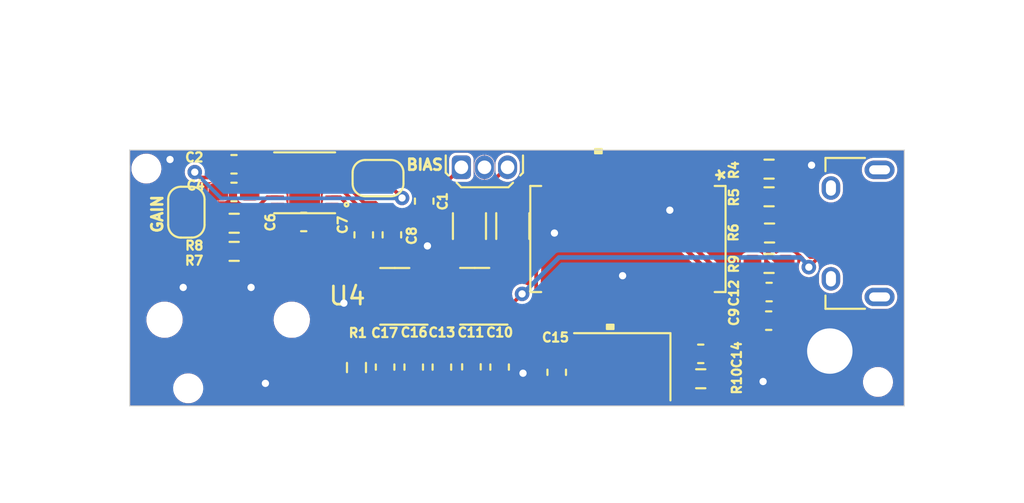
<source format=kicad_pcb>
(kicad_pcb (version 20211014) (generator pcbnew)
  (layers (0 "F.Cu" signal) (31 "B.Cu" signal) (34 "B.Paste" user) (35 "F.Paste" user) (36 "B.SilkS" user "B.Silkscreen") (37 "F.SilkS" user "F.Silkscreen") (38 "B.Mask" user) (39 "F.Mask" user) (44 "Edge.Cuts" user))
  (net 0 "")
  (net 1 "Net-(C1-Pad1)")
  (net 2 "GND")
  (net 3 "Net-(C2-Pad1)")
  (net 4 "MIC+")
  (net 5 "Net-(C5-Pad1)")
  (net 6 "VBUS")
  (net 7 "Net-(C9-Pad2)")
  (net 8 "Net-(C10-Pad2)")
  (net 9 "Net-(C11-Pad2)")
  (net 10 "D+")
  (net 11 "/XTI")
  (net 12 "/XTO")
  (net 13 "Net-(C4-Pad1)")
  (net 14 "Net-(R4-Pad1)")
  (net 15 "D-")
  (net 16 "Net-(R5-Pad1)")
  (net 18 "/AMPOUT")
  (net 28 "/VBIAS")
  (net 29 "/*SSPND")
  (net 30 "/IN_R")
  (net 31 "Net-(R6-Pad1)")
  (net 34 "Net-(C6-Pad1)")
  (net 35 "Net-(C7-Pad1)")
  (net 40 "Net-(R7-Pad1)")
  (net 41 "Net-(JP2-Pad1)")
  (net 42 "VCC")
  (net 43 "VDD")
  (net 44 "Net-(JP1-Pad2)")
  (footprint "Capacitor_SMD:C_0603_1608Metric_Pad1.08x0.95mm_HandSolder" (layer "F.Cu") (at 65.4558 77.0382 180)
    (fp_text reference "C6" (at 1.8372 -0.018 90) (layer "F.SilkS") (effects (font (size 0.5 0.5))))
    (fp_text value "0.1uF" hide)
    (pad "1" smd roundrect (at -0.8625 0 180) (size 1.075 0.95) (layers "F.Cu" "F.Paste" "F.Mask") (net 34 "Net-(C6-Pad1)"))
    (pad "2" smd roundrect (at 0.8625 0 180) (size 1.075 0.95) (layers "F.Cu" "F.Paste" "F.Mask") (net 2 "GND"))
  )
  (footprint "Capacitor_SMD:C_0603_1608Metric_Pad1.08x0.95mm_HandSolder" (layer "F.Cu") (at 79.375 85.3186 -90)
    (fp_text reference "C15" (at -1.9186 0.0666) (layer "F.SilkS") (effects (font (size 0.5 0.5) (thickness 0.125))))
    (fp_text value "30pF" hide)
    (pad "1" smd roundrect (at -0.8625 0 270) (size 1.075 0.95) (layers "F.Cu" "F.Paste" "F.Mask") (net 12 "/XTO"))
    (pad "2" smd roundrect (at 0.8625 0 270) (size 1.075 0.95) (layers "F.Cu" "F.Paste" "F.Mask") (net 2 "GND"))
  )
  (footprint "Resistor_SMD:R_0603_1608Metric_Pad0.98x0.95mm_HandSolder" (layer "F.Cu") (at 91.0582 74.1299)
    (fp_text reference "R4" (at -1.9325 0.0525 90) (layer "F.SilkS") (effects (font (size 0.5 0.5))))
    (fp_text value "22" hide)
    (pad "1" smd roundrect (at -0.9125 0) (size 0.975 0.95) (layers "F.Cu" "F.Paste" "F.Mask") (net 14 "Net-(R4-Pad1)"))
    (pad "2" smd roundrect (at 0.9125 0) (size 0.975 0.95) (layers "F.Cu" "F.Paste" "F.Mask") (net 10 "D+"))
  )
  (footprint "Resistor_SMD:R_0603_1608Metric_Pad0.98x0.95mm_HandSolder" (layer "F.Cu") (at 91.0582 75.6539)
    (fp_text reference "R5" (at -1.9325 0.0285 90) (layer "F.SilkS") (effects (font (size 0.5 0.5))))
    (fp_text value "22" hide)
    (pad "1" smd roundrect (at -0.9125 0) (size 0.975 0.95) (layers "F.Cu" "F.Paste" "F.Mask") (net 16 "Net-(R5-Pad1)"))
    (pad "2" smd roundrect (at 0.9125 0) (size 0.975 0.95) (layers "F.Cu" "F.Paste" "F.Mask") (net 15 "D-"))
  )
  (footprint "Resistor_SMD:R_0603_1608Metric_Pad0.98x0.95mm_HandSolder" (layer "F.Cu") (at 91.0571 79.3253)
    (fp_text reference "R9" (at -1.9325 0.0305 90) (layer "F.SilkS") (effects (font (size 0.5 0.5))))
    (fp_text value "1.5k" hide)
    (pad "1" smd roundrect (at -0.9125 0) (size 0.975 0.95) (layers "F.Cu" "F.Paste" "F.Mask") (net 43 "VDD"))
    (pad "2" smd roundrect (at 0.9125 0) (size 0.975 0.95) (layers "F.Cu" "F.Paste" "F.Mask") (net 10 "D+"))
  )
  (footprint "Resistor_SMD:R_0603_1608Metric_Pad0.98x0.95mm_HandSolder" (layer "F.Cu") (at 87.2998 85.6742)
    (fp_text reference "R10" (at 1.9853 0.1258 90) (layer "F.SilkS") (effects (font (size 0.5 0.5) (thickness 0.125))))
    (fp_text value "1M" hide)
    (pad "1" smd roundrect (at -0.9125 0) (size 0.975 0.95) (layers "F.Cu" "F.Paste" "F.Mask") (net 12 "/XTO"))
    (pad "2" smd roundrect (at 0.9125 0) (size 0.975 0.95) (layers "F.Cu" "F.Paste" "F.Mask") (net 11 "/XTI"))
  )
  (footprint "pcm2906:PCM2906CDBR" (layer "F.Cu") (at 83.293001 77.978 -90)
    (fp_text reference "U1" hide)
    (fp_text value "PCM2906CDBR" hide)
    (fp_text user "*" (at -3.528 -5.406999 -90) (layer "F.SilkS"))
    (pad "1" smd rect locked (at -3.6322 -4.225 270) (size 1.651 0.4318) (layers "F.Cu" "F.Paste" "F.Mask") (net 14 "Net-(R4-Pad1)"))
    (pad "2" smd rect locked (at -3.6322 -3.574999 270) (size 1.651 0.4318) (layers "F.Cu" "F.Paste" "F.Mask") (net 16 "Net-(R5-Pad1)"))
    (pad "3" smd rect locked (at -3.6322 -2.925 270) (size 1.651 0.4318) (layers "F.Cu" "F.Paste" "F.Mask") (net 31 "Net-(R6-Pad1)"))
    (pad "4" smd rect locked (at -3.6322 -2.274999 270) (size 1.651 0.4318) (layers "F.Cu" "F.Paste" "F.Mask") (net 2 "GND"))
    (pad "5" smd rect locked (at -3.6322 -1.625001 270) (size 1.651 0.4318) (layers "F.Cu" "F.Paste" "F.Mask"))
    (pad "6" smd rect locked (at -3.6322 -0.974999 270) (size 1.651 0.4318) (layers "F.Cu" "F.Paste" "F.Mask"))
    (pad "7" smd rect locked (at -3.6322 -0.325001 270) (size 1.651 0.4318) (layers "F.Cu" "F.Paste" "F.Mask"))
    (pad "8" smd rect locked (at -3.6322 0.324998 270) (size 1.651 0.4318) (layers "F.Cu" "F.Paste" "F.Mask") (net 43 "VDD"))
    (pad "9" smd rect locked (at -3.6322 0.974999 270) (size 1.651 0.4318) (layers "F.Cu" "F.Paste" "F.Mask") (net 43 "VDD"))
    (pad "10" smd rect locked (at -3.6322 1.624998 270) (size 1.651 0.4318) (layers "F.Cu" "F.Paste" "F.Mask") (net 42 "VCC"))
    (pad "11" smd rect locked (at -3.6322 2.274999 270) (size 1.651 0.4318) (layers "F.Cu" "F.Paste" "F.Mask") (net 2 "GND"))
    (pad "12" smd rect locked (at -3.6322 2.924998 270) (size 1.651 0.4318) (layers "F.Cu" "F.Paste" "F.Mask") (net 1 "Net-(C1-Pad1)"))
    (pad "13" smd rect locked (at -3.6322 3.574999 270) (size 1.651 0.4318) (layers "F.Cu" "F.Paste" "F.Mask") (net 30 "/IN_R"))
    (pad "14" smd rect locked (at -3.6322 4.224998 270) (size 1.651 0.4318) (layers "F.Cu" "F.Paste" "F.Mask") (net 5 "Net-(C5-Pad1)"))
    (pad "15" smd rect locked (at 3.6322 4.225 270) (size 1.651 0.4318) (layers "F.Cu" "F.Paste" "F.Mask"))
    (pad "16" smd rect locked (at 3.6322 3.574999 270) (size 1.651 0.4318) (layers "F.Cu" "F.Paste" "F.Mask"))
    (pad "17" smd rect locked (at 3.6322 2.925 270) (size 1.651 0.4318) (layers "F.Cu" "F.Paste" "F.Mask") (net 9 "Net-(C11-Pad2)"))
    (pad "18" smd rect locked (at 3.6322 2.274999 270) (size 1.651 0.4318) (layers "F.Cu" "F.Paste" "F.Mask") (net 2 "GND"))
    (pad "19" smd rect locked (at 3.6322 1.625001 270) (size 1.651 0.4318) (layers "F.Cu" "F.Paste" "F.Mask") (net 8 "Net-(C10-Pad2)"))
    (pad "20" smd rect locked (at 3.6322 0.974999 270) (size 1.651 0.4318) (layers "F.Cu" "F.Paste" "F.Mask") (net 12 "/XTO"))
    (pad "21" smd rect locked (at 3.6322 0.325001 270) (size 1.651 0.4318) (layers "F.Cu" "F.Paste" "F.Mask") (net 11 "/XTI"))
    (pad "22" smd rect locked (at 3.6322 -0.325001 270) (size 1.651 0.4318) (layers "F.Cu" "F.Paste" "F.Mask") (net 2 "GND"))
    (pad "23" smd rect locked (at 3.6322 -0.974999 270) (size 1.651 0.4318) (layers "F.Cu" "F.Paste" "F.Mask") (net 7 "Net-(C9-Pad2)"))
    (pad "24" smd rect locked (at 3.6322 -1.625001 270) (size 1.651 0.4318) (layers "F.Cu" "F.Paste" "F.Mask"))
    (pad "25" smd rect locked (at 3.6322 -2.274999 270) (size 1.651 0.4318) (layers "F.Cu" "F.Paste" "F.Mask"))
    (pad "26" smd rect locked (at 3.6322 -2.925 270) (size 1.651 0.4318) (layers "F.Cu" "F.Paste" "F.Mask"))
    (pad "27" smd rect locked (at 3.6322 -3.574999 270) (size 1.651 0.4318) (layers "F.Cu" "F.Paste" "F.Mask") (net 43 "VDD"))
    (pad "28" smd rect locked (at 3.6322 -4.225 270) (size 1.651 0.4318) (layers "F.Cu" "F.Paste" "F.Mask") (net 29 "/*SSPND"))
  )
  (footprint "Crystal:Crystal_SMD_5032-4Pin_5.0x3.2mm" (layer "F.Cu") (at 82.9818 85.0138 180)
    (fp_text reference "Y1" hide)
    (fp_text value "12MHz")
    (pad "1" smd rect (at -1.65 1 180) (size 1.6 1.3) (layers "F.Cu" "F.Paste" "F.Mask") (net 11 "/XTI"))
    (pad "2" smd rect (at 1.65 1 180) (size 1.6 1.3) (layers "F.Cu" "F.Paste" "F.Mask") (net 12 "/XTO"))
    (pad "3" smd rect (at 1.65 -1 180) (size 1.6 1.3) (layers "F.Cu" "F.Paste" "F.Mask"))
    (pad "4" smd rect (at -1.65 -1 180) (size 1.6 1.3) (layers "F.Cu" "F.Paste" "F.Mask"))
  )
  (footprint "Capacitor_SMD:C_0603_1608Metric_Pad1.08x0.95mm_HandSolder" (layer "F.Cu") (at 87.2998 84.3026)
    (fp_text reference "C14" (at 1.9823 0.0505 90) (layer "F.SilkS") (effects (font (size 0.5 0.5) (thickness 0.125))))
    (fp_text value "30pF" hide)
    (pad "1" smd roundrect (at -0.8625 0) (size 1.075 0.95) (layers "F.Cu" "F.Paste" "F.Mask") (net 11 "/XTI"))
    (pad "2" smd roundrect (at 0.8625 0) (size 1.075 0.95) (layers "F.Cu" "F.Paste" "F.Mask") (net 2 "GND"))
  )
  (footprint "Capacitor_SMD:C_0603_1608Metric_Pad1.08x0.95mm_HandSolder" (layer "F.Cu") (at 91.0375 82.4738 180)
    (fp_text reference "C9" (at 1.9089 0.2032 90) (layer "F.SilkS") (effects (font (size 0.5 0.5) (thickness 0.125))))
    (fp_text value "1uF" hide)
    (pad "1" smd roundrect (at -0.8625 0 180) (size 1.075 0.95) (layers "F.Cu" "F.Paste" "F.Mask") (net 2 "GND"))
    (pad "2" smd roundrect (at 0.8625 0 180) (size 1.075 0.95) (layers "F.Cu" "F.Paste" "F.Mask") (net 7 "Net-(C9-Pad2)"))
  )
  (footprint "Capacitor_SMD:C_0603_1608Metric_Pad1.08x0.95mm_HandSolder" (layer "F.Cu") (at 91.0601 80.9001)
    (fp_text reference "C12" (at -1.9355 0.0565 90) (layer "F.SilkS") (effects (font (size 0.5 0.5))))
    (fp_text value "1uF" hide)
    (pad "1" smd roundrect (at -0.8625 0) (size 1.075 0.95) (layers "F.Cu" "F.Paste" "F.Mask") (net 43 "VDD"))
    (pad "2" smd roundrect (at 0.8625 0) (size 1.075 0.95) (layers "F.Cu" "F.Paste" "F.Mask") (net 2 "GND"))
  )
  (footprint "Capacitor_SMD:C_0603_1608Metric_Pad1.08x0.95mm_HandSolder" (layer "F.Cu") (at 76.23337 85.03033 90)
    (fp_text reference "C10" (at 1.9044 -0.0008 180) (layer "F.SilkS") (effects (font (size 0.5 0.5))))
    (fp_text value "1uF" hide)
    (pad "1" smd roundrect (at -0.8625 0 90) (size 1.075 0.95) (layers "F.Cu" "F.Paste" "F.Mask") (net 2 "GND"))
    (pad "2" smd roundrect (at 0.8625 0 90) (size 1.075 0.95) (layers "F.Cu" "F.Paste" "F.Mask") (net 8 "Net-(C10-Pad2)"))
  )
  (footprint "Capacitor_SMD:C_0603_1608Metric_Pad1.08x0.95mm_HandSolder" (layer "F.Cu") (at 74.68337 85.01783 90)
    (fp_text reference "C11" (at 1.8919 -0.0256 180) (layer "F.SilkS") (effects (font (size 0.5 0.5))))
    (fp_text value "1uF" hide)
    (pad "1" smd roundrect (at -0.8625 0 90) (size 1.075 0.95) (layers "F.Cu" "F.Paste" "F.Mask") (net 2 "GND"))
    (pad "2" smd roundrect (at 0.8625 0 90) (size 1.075 0.95) (layers "F.Cu" "F.Paste" "F.Mask") (net 9 "Net-(C11-Pad2)"))
  )
  (footprint "Capacitor_SMD:C_1206_3216Metric_Pad1.33x1.80mm_HandSolder" (layer "F.Cu") (at 74.5744 77.2668 90)
    (fp_text reference "C3" hide)
    (fp_text value "10uF" hide)
    (pad "1" smd roundrect (at -1.5625 0 90) (size 1.325 1.8) (layers "F.Cu" "F.Paste" "F.Mask") (roundrect_rratio 0.1886792453) (net 42 "VCC"))
    (pad "2" smd roundrect (at 1.5625 0 90) (size 1.325 1.8) (layers "F.Cu" "F.Paste" "F.Mask") (roundrect_rratio 0.1886792453) (net 2 "GND"))
  )
  (footprint "Resistor_SMD:R_0603_1608Metric_Pad0.98x0.95mm_HandSolder" (layer "F.Cu") (at 91.0844 77.6478)
    (fp_text reference "R6" (at -1.9825 -0.0235 90) (layer "F.SilkS") (effects (font (size 0.5 0.5))))
    (fp_text value "2.2" hide)
    (pad "1" smd roundrect (at -0.9125 0) (size 0.975 0.95) (layers "F.Cu" "F.Paste" "F.Mask") (net 31 "Net-(R6-Pad1)"))
    (pad "2" smd roundrect (at 0.9125 0) (size 0.975 0.95) (layers "F.Cu" "F.Paste" "F.Mask") (net 6 "VBUS"))
  )
  (footprint "max9814:max9814etd&plus_t" (layer "F.Cu") (at 65.5072 74.882 180)
    (fp_text reference "U2" hide)
    (fp_text value "MAX9814" hide)
    (pad "1" smd rect locked (at -1.4986 -1.2 180) (size 0.7112 0.2032) (layers "F.Cu" "F.Paste" "F.Mask") (net 34 "Net-(C6-Pad1)"))
    (pad "2" smd rect locked (at -1.4986 -0.800001 180) (size 0.7112 0.2032) (layers "F.Cu" "F.Paste" "F.Mask") (net 29 "/*SSPND"))
    (pad "3" smd rect locked (at -1.4986 -0.399999 180) (size 0.7112 0.2032) (layers "F.Cu" "F.Paste" "F.Mask") (net 35 "Net-(C7-Pad1)"))
    (pad "4" smd rect locked (at -1.4986 0 180) (size 0.7112 0.2032) (layers "F.Cu" "F.Paste" "F.Mask") (net 2 "GND"))
    (pad "5" smd rect locked (at -1.4986 0.399999 180) (size 0.7112 0.2032) (layers "F.Cu" "F.Paste" "F.Mask") (net 42 "VCC"))
    (pad "6" smd rect locked (at -1.4986 0.800001 180) (size 0.7112 0.2032) (layers "F.Cu" "F.Paste" "F.Mask") (net 18 "/AMPOUT"))
    (pad "7" smd rect locked (at -1.4986 1.2 180) (size 0.7112 0.2032) (layers "F.Cu" "F.Paste" "F.Mask") (net 2 "GND"))
    (pad "8" smd rect locked (at 1.4986 1.2 180) (size 0.7112 0.2032) (layers "F.Cu" "F.Paste" "F.Mask") (net 3 "Net-(C2-Pad1)"))
    (pad "9" smd rect locked (at 1.4986 0.800001 180) (size 0.7112 0.2032) (layers "F.Cu" "F.Paste" "F.Mask"))
    (pad "10" smd rect locked (at 1.4986 0.399999 180) (size 0.7112 0.2032) (layers "F.Cu" "F.Paste" "F.Mask") (net 44 "Net-(JP1-Pad2)"))
    (pad "11" smd rect locked (at 1.4986 0 180) (size 0.7112 0.2032) (layers "F.Cu" "F.Paste" "F.Mask") (net 2 "GND"))
    (pad "12" smd rect locked (at 1.4986 -0.399999 180) (size 0.7112 0.2032) (layers "F.Cu" "F.Paste" "F.Mask") (net 13 "Net-(C4-Pad1)"))
    (pad "13" smd rect locked (at 1.4986 -0.800001 180) (size 0.7112 0.2032) (layers "F.Cu" "F.Paste" "F.Mask") (net 41 "Net-(JP2-Pad1)"))
    (pad "14" smd rect locked (at 1.4986 -1.2 180) (size 0.7112 0.2032) (layers "F.Cu" "F.Paste" "F.Mask") (net 40 "Net-(R7-Pad1)"))
    (pad "15" smd rect locked (at 0 0 180) (size 1.7018 2.3876) (layers "F.Cu" "F.Paste" "F.Mask") (net 2 "GND"))
  )
  (footprint "Resistor_SMD:R_0603_1608Metric_Pad0.98x0.95mm_HandSolder" (layer "F.Cu") (at 61.63 78.6594)
    (fp_text reference "R7" (at -2.2044 0.5122) (layer "F.SilkS") (effects (font (size 0.5 0.5))))
    (fp_text value "100k" hide)
    (pad "1" smd roundrect (at -0.9125 0) (size 0.975 0.95) (layers "F.Cu" "F.Paste" "F.Mask") (net 40 "Net-(R7-Pad1)"))
    (pad "2" smd roundrect (at 0.9125 0) (size 0.975 0.95) (layers "F.Cu" "F.Paste" "F.Mask") (net 2 "GND"))
  )
  (footprint "Resistor_SMD:R_0603_1608Metric_Pad0.98x0.95mm_HandSolder" (layer "F.Cu") (at 68.35857 85.05633 -90)
    (fp_text reference "R1" (at -1.905 -0.0762 -180) (layer "F.SilkS") (effects (font (size 0.5 0.5))))
    (fp_text value "2.2k" hide)
    (pad "1" smd roundrect (at -0.9125 0 270) (size 0.975 0.95) (layers "F.Cu" "F.Paste" "F.Mask") (net 28 "/VBIAS"))
    (pad "2" smd roundrect (at 0.9125 0 270) (size 0.975 0.95) (layers "F.Cu" "F.Paste" "F.Mask") (net 4 "MIC+"))
  )
  (footprint "Resistor_SMD:R_0603_1608Metric_Pad0.98x0.95mm_HandSolder" (layer "F.Cu") (at 61.63 77.11)
    (fp_text reference "R8" (at -2.1944 1.2316) (layer "F.SilkS") (effects (font (size 0.5 0.5))))
    (fp_text value "150k" hide)
    (pad "1" smd roundrect (at -0.9125 0) (size 0.975 0.95) (layers "F.Cu" "F.Paste" "F.Mask") (net 41 "Net-(JP2-Pad1)"))
    (pad "2" smd roundrect (at 0.9125 0) (size 0.975 0.95) (layers "F.Cu" "F.Paste" "F.Mask") (net 40 "Net-(R7-Pad1)"))
  )
  (footprint "Capacitor_SMD:C_0603_1608Metric_Pad1.08x0.95mm_HandSolder" (layer "F.Cu") (at 61.6204 75.3872 180)
    (fp_text reference "C4" (at 2.1082 0.3556) (layer "F.SilkS") (effects (font (size 0.5 0.5))))
    (fp_text value "0.47uF" hide)
    (pad "1" smd roundrect (at -0.8625 0 180) (size 1.075 0.95) (layers "F.Cu" "F.Paste" "F.Mask") (net 13 "Net-(C4-Pad1)"))
    (pad "2" smd roundrect (at 0.8625 0 180) (size 1.075 0.95) (layers "F.Cu" "F.Paste" "F.Mask") (net 2 "GND"))
  )
  (footprint "Capacitor_SMD:C_0603_1608Metric_Pad1.08x0.95mm_HandSolder" (layer "F.Cu") (at 61.6204 73.8632 180)
    (fp_text reference "C2" (at 2.1844 0.381 180) (layer "F.SilkS") (effects (font (size 0.5 0.5) (thickness 0.125))))
    (fp_text value "0.1uF" hide)
    (pad "1" smd roundrect (at -0.8625 0 180) (size 1.075 0.95) (layers "F.Cu" "F.Paste" "F.Mask") (net 3 "Net-(C2-Pad1)"))
    (pad "2" smd roundrect (at 0.8625 0 180) (size 1.075 0.95) (layers "F.Cu" "F.Paste" "F.Mask") (net 4 "MIC+"))
  )
  (footprint "Capacitor_SMD:C_1206_3216Metric_Pad1.33x1.80mm_HandSolder" (layer "F.Cu") (at 76.9584 77.2652 -90)
    (fp_text reference "C5" hide)
    (fp_text value "10uF" hide)
    (pad "1" smd roundrect (at -1.5625 0 270) (size 1.325 1.8) (layers "F.Cu" "F.Paste" "F.Mask") (roundrect_rratio 0.1886792453) (net 5 "Net-(C5-Pad1)"))
    (pad "2" smd roundrect (at 1.5625 0 270) (size 1.325 1.8) (layers "F.Cu" "F.Paste" "F.Mask") (roundrect_rratio 0.1886792453) (net 2 "GND"))
  )
  (footprint "usb:10118194-0001LF" (layer "F.Cu") (at 97.056199 77.6686 90)
    (fp_text reference "J1" hide)
    (fp_text value "USB_B_Micro" hide)
    (pad "1" smd rect (at -1.3 -2.593599 90) (size 0.4572 1.3462) (layers "F.Cu" "F.Paste" "F.Mask") (net 6 "VBUS"))
    (pad "2" smd rect (at -0.649999 -2.593599 90) (size 0.4572 1.3462) (layers "F.Cu" "F.Paste" "F.Mask") (net 15 "D-"))
    (pad "3" smd rect (at 0 -2.593599 90) (size 0.4572 1.3462) (layers "F.Cu" "F.Paste" "F.Mask") (net 10 "D+"))
    (pad "4" smd rect (at 0.649999 -2.593599 90) (size 0.4572 1.3462) (layers "F.Cu" "F.Paste" "F.Mask"))
    (pad "5" smd rect (at 1.3 -2.593599 90) (size 0.4572 1.3462) (layers "F.Cu" "F.Paste" "F.Mask") (net 2 "GND"))
    (pad "10" smd rect (at -1.000001 0.081402 90) (size 1.4986 1.651) (layers "F.Cu" "F.Paste" "F.Mask"))
    (pad "11" smd rect (at 1.000001 0.081402 90) (size 1.4986 1.651) (layers "F.Cu" "F.Paste" "F.Mask"))
    (pad "S_1" thru_hole oval (at -3.5 0.081402 180) (size 1.651 1.016) (drill oval 1.15 0.5) (layers *.Cu *.Mask))
    (pad "S_2" thru_hole oval (at 3.500001 0.081402 180) (size 1.651 1.016) (drill oval 1.15 0.5) (layers *.Cu *.Mask))
    (pad "S_3" thru_hole oval (at -2.5 -2.593599 90) (size 1.2954 1.016) (drill oval 0.85 0.55) (layers *.Cu *.Mask))
    (pad "S_4" thru_hole oval (at 2.5 -2.593599 90) (size 1.2954 1.016) (drill oval 0.85 0.55) (layers *.Cu *.Mask))
  )
  (footprint "Capacitor_SMD:C_0603_1608Metric_Pad1.08x0.95mm_HandSolder" (layer "F.Cu") (at 68.7578 77.7494 -90)
    (fp_text reference "C7" (at -0.5494 1.1578 -90) (layer "F.SilkS") (effects (font (size 0.5 0.5))))
    (fp_text value "2.2uF" hide)
    (pad "1" smd roundrect (at -0.8625 0 270) (size 1.075 0.95) (layers "F.Cu" "F.Paste" "F.Mask") (net 35 "Net-(C7-Pad1)"))
    (pad "2" smd roundrect (at 0.8625 0 270) (size 1.075 0.95) (layers "F.Cu" "F.Paste" "F.Mask") (net 2 "GND"))
  )
  (footprint "Connector:54-00177" (layer "F.Cu") (at 55.3 82.423)
    (fp_text reference "J3" hide)
    (fp_text value "54-00176" hide)
    (pad "" np_thru_hole circle (at 2.5 0) (size 1.5 1.5) (drill 1.5) (layers F&B.Cu *.Mask))
    (pad "" np_thru_hole circle (at 9.5 0) (size 1.5 1.5) (drill 1.5) (layers F&B.Cu *.Mask))
    (pad "1" smd rect (at 2.1 3.5) (size 1.5 2) (layers "F.Cu" "F.Paste" "F.Mask") (net 4 "MIC+"))
    (pad "2" smd rect (at 2.1 -3.5) (size 1.5 2) (layers "F.Cu" "F.Paste" "F.Mask") (net 2 "GND"))
    (pad "3" smd rect (at 5.5 3.5) (size 1.5 2) (layers "F.Cu" "F.Paste" "F.Mask"))
    (pad "4" smd rect (at 9.3 -3.5) (size 1.5 2) (layers "F.Cu" "F.Paste" "F.Mask"))
    (pad "5" smd rect (at 11.5 -3.5) (size 1.5 2) (layers "F.Cu" "F.Paste" "F.Mask"))
    (pad "6" smd rect (at 11 3.5) (size 1.5 2) (layers "F.Cu" "F.Paste" "F.Mask"))
  )
  (footprint "Jumper:SolderJumper-2_P1.3mm_Open_RoundedPad1.0x1.5mm" (layer "F.Cu") (at 69.5452 74.6252)
    (fp_text reference "JP1" hide)
    (fp_text value "Jumper_NO_Small" hide)
    (pad "1" smd custom (at -0.65 0) (size 1 0.5) (layers "F.Cu" "F.Mask") (net 42 "VCC") (options (clearance outline) (anchor rect)) (primitives (gr_circle (center 0 0.25) (end 0.5 0.25) (width 0) (fill yes)) (gr_circle (center 0 -0.25) (end 0.5 -0.25) (width 0) (fill yes)) (gr_poly (pts (xy 0.5 0.75) (xy 0 0.75) (xy 0 -0.75) (xy 0.5 -0.75)) (width 0) (fill yes))))
    (pad "2" smd custom (at 0.65 0) (size 1 0.5) (layers "F.Cu" "F.Mask") (net 44 "Net-(JP1-Pad2)") (options (clearance outline) (anchor rect)) (primitives (gr_circle (center 0 0.25) (end 0.5 0.25) (width 0) (fill yes)) (gr_circle (center 0 -0.25) (end 0.5 -0.25) (width 0) (fill yes)) (gr_poly (pts (xy 0 0.75) (xy -0.5 0.75) (xy -0.5 -0.75) (xy 0 -0.75)) (width 0) (fill yes))))
  )
  (footprint "Package_TO_SOT_THT:TO-92Flat" (layer "F.Cu") (at 74.13 74.0284)
    (fp_text reference "J2" hide)
    (fp_text value "Conn_01x03" hide)
    (pad "1" thru_hole roundrect (at 0 0) (size 1.05 1.3) (drill 0.75) (layers *.Cu *.Mask) (roundrect_rratio 0.238) (net 42 "VCC"))
    (pad "2" thru_hole oval (at 1.27 0) (size 1.05 1.3) (drill 0.75) (layers *.Cu *.Mask) (net 2 "GND"))
    (pad "3" thru_hole oval (at 2.54 0) (size 1.05 1.3) (drill 0.75) (layers *.Cu *.Mask) (net 30 "/IN_R"))
  )
  (footprint "Jumper:SolderJumper-2_P1.3mm_Open_RoundedPad1.0x1.5mm" (layer "F.Cu") (at 59 76.5 -90)
    (fp_text reference "JP2" hide)
    (fp_text value "Jumper_NO_Small" hide)
    (pad "1" smd custom (at -0.65 0 270) (size 1 0.5) (layers "F.Cu" "F.Mask") (net 41 "Net-(JP2-Pad1)") (options (clearance outline) (anchor rect)) (primitives (gr_circle (center 0 0.25) (end 0.5 0.25) (width 0) (fill yes)) (gr_circle (center 0 -0.25) (end 0.5 -0.25) (width 0) (fill yes)) (gr_poly (pts (xy 0.5 0.75) (xy 0 0.75) (xy 0 -0.75) (xy 0.5 -0.75)) (width 0) (fill yes))))
    (pad "2" smd custom (at 0.65 0 270) (size 1 0.5) (layers "F.Cu" "F.Mask") (net 28 "/VBIAS") (options (clearance outline) (anchor rect)) (primitives (gr_circle (center 0 0.25) (end 0.5 0.25) (width 0) (fill yes)) (gr_circle (center 0 -0.25) (end 0.5 -0.25) (width 0) (fill yes)) (gr_poly (pts (xy 0 0.75) (xy -0.5 0.75) (xy -0.5 -0.75) (xy 0 -0.75)) (width 0) (fill yes))))
  )
  (footprint "Capacitor_SMD:C_0603_1608Metric_Pad1.08x0.95mm_HandSolder" (layer "F.Cu") (at 71.50817 85.03093 -90)
    (fp_text reference "C16" (at -1.905 -0.0254 180) (layer "F.SilkS") (effects (font (size 0.5 0.5) (thickness 0.125))))
    (fp_text value "1uF")
    (pad "1" smd roundrect (at -0.8625 0 270) (size 1.075 0.95) (layers "F.Cu" "F.Paste" "F.Mask") (net 42 "VCC"))
    (pad "2" smd roundrect (at 0.8625 0 270) (size 1.075 0.95) (layers "F.Cu" "F.Paste" "F.Mask") (net 2 "GND"))
  )
  (footprint "Capacitor_SMD:C_0603_1608Metric_Pad1.08x0.95mm_HandSolder" (layer "F.Cu") (at 72.0852 75.8941 90)
    (fp_text reference "C1" (at -0.0059 1.0148 270) (layer "F.SilkS") (effects (font (size 0.5 0.5) (thickness 0.125))))
    (fp_text value "0.1uF" hide)
    (pad "1" smd roundrect (at -0.8625 0 90) (size 1.075 0.95) (layers "F.Cu" "F.Paste" "F.Mask") (net 1 "Net-(C1-Pad1)"))
    (pad "2" smd roundrect (at 0.8625 0 90) (size 1.075 0.95) (layers "F.Cu" "F.Paste" "F.Mask") (net 18 "/AMPOUT"))
  )
  (footprint "Capacitor_SMD:C_0603_1608Metric_Pad1.08x0.95mm_HandSolder" (layer "F.Cu") (at 73.05757 85.03093 -90)
    (fp_text reference "C13" (at -1.905 0 180) (layer "F.SilkS") (effects (font (size 0.5 0.5) (thickness 0.125))))
    (fp_text value "1uF")
    (pad "1" smd roundrect (at -0.8625 0 270) (size 1.075 0.95) (layers "F.Cu" "F.Paste" "F.Mask") (net 6 "VBUS"))
    (pad "2" smd roundrect (at 0.8625 0 270) (size 1.075 0.95) (layers "F.Cu" "F.Paste" "F.Mask") (net 2 "GND"))
  )
  (footprint "Capacitor_SMD:C_0603_1608Metric_Pad1.08x0.95mm_HandSolder" (layer "F.Cu") (at 70.3072 77.7483 -90)
    (fp_text reference "C8" (at 0.0517 -1.0928 -90) (layer "F.SilkS") (effects (font (size 0.5 0.5))))
    (fp_text value "1uF" hide)
    (pad "1" smd roundrect (at -0.8625 0 270) (size 1.075 0.95) (layers "F.Cu" "F.Paste" "F.Mask") (net 42 "VCC"))
    (pad "2" smd roundrect (at 0.8625 0 270) (size 1.075 0.95) (layers "F.Cu" "F.Paste" "F.Mask") (net 2 "GND"))
  )
  (footprint "Capacitor_SMD:C_0603_1608Metric_Pad1.08x0.95mm_HandSolder" (layer "F.Cu") (at 69.93337 85.03093 -90)
    (fp_text reference "C17" (at -1.8796 0.0254 180) (layer "F.SilkS") (effects (font (size 0.5 0.5) (thickness 0.125))))
    (fp_text value "1uF")
    (pad "1" smd roundrect (at -0.8625 0 270) (size 1.075 0.95) (layers "F.Cu" "F.Paste" "F.Mask") (net 28 "/VBIAS"))
    (pad "2" smd roundrect (at 0.8625 0 270) (size 1.075 0.95) (layers "F.Cu" "F.Paste" "F.Mask") (net 2 "GND"))
  )
  (footprint "MountingHole:MountingHole_2.1mm" (layer "F.Cu") (at 59.1 86.2)
    (fp_text reference "ALIGN2" hide)
    (fp_text value "MountingHole_2.1mm")
    (pad "" np_thru_hole circle (at 0 0) (size 1.152 1.152) (drill 1.152) (layers F&B.Cu *.Mask) (clearance 0.148))
  )
  (footprint "Package_TO_SOT_SMD:SOT-23-5" (layer "F.Cu") (at 74.86337 81.13033 180)
    (fp_text reference "U3" hide)
    (fp_text value "TCR2EF36" hide)
    (pad "1" smd roundrect (at -1.1375 -0.95 180) (size 1.325 0.6) (layers "F.Cu" "F.Paste" "F.Mask") (net 6 "VBUS"))
    (pad "2" smd roundrect (at -1.1375 0 180) (size 1.325 0.6) (layers "F.Cu" "F.Paste" "F.Mask") (net 2 "GND"))
    (pad "3" smd roundrect (at -1.1375 0.95 180) (size 1.325 0.6) (layers "F.Cu" "F.Paste" "F.Mask") (net 29 "/*SSPND"))
    (pad "4" smd roundrect (at 1.1375 0.95 180) (size 1.325 0.6) (layers "F.Cu" "F.Paste" "F.Mask"))
    (pad "5" smd roundrect (at 1.1375 -0.95 180) (size 1.325 0.6) (layers "F.Cu" "F.Paste" "F.Mask") (net 42 "VCC"))
  )
  (footprint "MountingHole:MountingHole_2.1mm" (layer "F.Cu") (at 56.8 74.1)
    (fp_text reference "REF**" hide)
    (fp_text value "MountingHole_2.1mm")
    (pad "" np_thru_hole circle (at 0 0) (size 1.152 1.152) (drill 1.152) (layers F&B.Cu *.Mask) (clearance 0.148))
  )
  (footprint "MountingHole:MountingHole_2.5mm_Pad" (layer "F.Cu") (at 94.4 84.15)
    (fp_text reference "REF**" hide)
    (fp_text value "MountingHole_2.5mm_Pad" hide)
    (pad "" thru_hole circle (at 0 0) (size 4 4) (drill 2.5) (layers *.Cu *.Mask) (net 2 "GND"))
  )
  (footprint "Package_TO_SOT_SMD:SOT-23-5" (layer "F.Cu") (at 70.46677 81.13453 180)
    (fp_text reference "U4" (at 2.6162 0.0254) (layer "F.SilkS"))
    (fp_text value "MIC5365-3.0YD5-TR" hide)
    (pad "1" smd roundrect (at -1.1375 -0.95 180) (size 1.325 0.6) (layers "F.Cu" "F.Paste" "F.Mask") (net 42 "VCC"))
    (pad "2" smd roundrect (at -1.1375 0 180) (size 1.325 0.6) (layers "F.Cu" "F.Paste" "F.Mask") (net 2 "GND"))
    (pad "3" smd roundrect (at -1.1375 0.95 180) (size 1.325 0.6) (layers "F.Cu" "F.Paste" "F.Mask") (net 29 "/*SSPND"))
    (pad "4" smd roundrect (at 1.1375 0.95 180) (size 1.325 0.6) (layers "F.Cu" "F.Paste" "F.Mask"))
    (pad "5" smd roundrect (at 1.1375 -0.95 180) (size 1.325 0.6) (layers "F.Cu" "F.Paste" "F.Mask") (net 28 "/VBIAS"))
  )
  (footprint "MountingHole:MountingHole_2.1mm" (layer "F.Cu") (at 97.05 85.85)
    (fp_text reference "ALIGN1" hide)
    (fp_text value "MountingHole_2.1mm")
    (pad "" np_thru_hole circle (at 0 0) (size 1.152 1.152) (drill 1.152) (layers F&B.Cu *.Mask) (clearance 0.148))
  )
  (gr_line (start 98.5 87.1728) (end 98.5006 73.07805) (layer "Edge.Cuts") (width 0.05))
  (gr_line (start 98.5006 73.07805) (end 55.8806 73.07355) (layer "Edge.Cuts") (width 0.05))
  (gr_line (start 55.8806 73.07355) (end 55.88 87.1728) (layer "Edge.Cuts") (width 0.05))
  (gr_line (start 55.88 87.1728) (end 98.5 87.1728) (layer "Edge.Cuts") (width 0.05))
  (gr_text "GAIN" (at 57.4 76.6 90) (layer "F.SilkS") (effects (font (size 0.6 0.6))))
  (gr_text "BIAS" (at 72.1106 73.8886) (layer "F.SilkS") (effects (font (size 0.6 0.6))))
  (segment (start 79.6798 76.2508) (end 80.368003 75.562597) (width 0.2032) (layer "F.Cu") (net 1))
  (segment (start 78.09316 76.97384) (end 78.8162 76.2508) (width 0.2032) (layer "F.Cu") (net 1))
  (segment (start 80.368003 75.562597) (end 80.368003 74.3458) (width 0.2032) (layer "F.Cu") (net 1))
  (segment (start 78.8162 76.2508) (end 79.6798 76.2508) (width 0.2032) (layer "F.Cu") (net 1))
  (segment (start 72.30244 76.97384) (end 78.09316 76.97384) (width 0.2032) (layer "F.Cu") (net 1))
  (via (at 79.25 77.65) (size 0.8) (drill 0.4) (layers "F.Cu" "B.Cu") (net 2))
  (via (at 90.7288 85.8266) (size 0.8) (drill 0.4) (layers "F.Cu" "B.Cu") (net 2))
  (via (at 58.8264 80.645) (size 0.8) (drill 0.4) (layers "F.Cu" "B.Cu") (net 2))
  (via (at 85.598 76.3905) (size 0.8) (drill 0.4) (layers "F.Cu" "B.Cu") (net 2))
  (via (at 77.5208 85.3694) (size 0.8) (drill 0.4) (layers "F.Cu" "B.Cu") (net 2))
  (via (at 72.263 78.359) (size 0.8) (drill 0.4) (layers "F.Cu" "B.Cu") (net 2))
  (via (at 62.5602 80.645) (size 0.8) (drill 0.4) (layers "F.Cu" "B.Cu") (net 2))
  (via (at 63.3476 85.9282) (size 0.8) (drill 0.4) (layers "F.Cu" "B.Cu") (net 2))
  (via (at 93.3958 73.914) (size 0.8) (drill 0.4) (layers "F.Cu" "B.Cu") (net 2))
  (via (at 58.1 73.6) (size 0.8) (drill 0.4) (layers "F.Cu" "B.Cu") (net 2))
  (via (at 83 80) (size 0.8) (drill 0.4) (layers "F.Cu" "B.Cu") (net 2))
  (via (at 67.6656 81.5086) (size 0.8) (drill 0.4) (layers "F.Cu" "B.Cu") (net 2))
  (segment (start 62.6641 73.682) (end 64.0086 73.682) (width 0.2032) (layer "F.Cu") (net 3))
  (segment (start 56.905689 85.529089) (end 56.316089 85.529089) (width 0.2032) (layer "F.Cu") (net 4))
  (segment (start 67.6 85.21026) (end 68.35857 85.96883) (width 0.2032) (layer "F.Cu") (net 4))
  (segment (start 67.0962 83.8962) (end 67.6 84.4) (width 0.2032) (layer "F.Cu") (net 4))
  (segment (start 59.073511 73.641489) (end 60.536189 73.641489) (width 0.2032) (layer "F.Cu") (net 4))
  (segment (start 56.316089 85.529089) (end 56.316089 76.398911) (width 0.2032) (layer "F.Cu") (net 4))
  (segment (start 67.6 84.4) (end 67.6 85.21026) (width 0.2032) (layer "F.Cu") (net 4))
  (segment (start 56.316089 76.398911) (end 59.073511 73.641489) (width 0.2032) (layer "F.Cu") (net 4))
  (segment (start 59.3264 83.8962) (end 67.0962 83.8962) (width 0.2032) (layer "F.Cu") (net 4))
  (segment (start 57.2996 85.923) (end 59.3264 83.8962) (width 0.2032) (layer "F.Cu") (net 4))
  (segment (start 79.068003 74.3458) (end 78.3153 74.3458) (width 0.2032) (layer "F.Cu") (net 5))
  (segment (start 78.3153 74.3458) (end 76.9584 75.7027) (width 0.2032) (layer "F.Cu") (net 5))
  (segment (start 73.05757 83.88903) (end 73.95763 82.98897) (width 0.2032) (layer "F.Cu") (net 6))
  (segment (start 93.3177 78.9686) (end 92.8651 78.516) (width 0.2032) (layer "F.Cu") (net 6))
  (segment (start 93.3177 78.9686) (end 94.4626 78.9686) (width 0.2032) (layer "F.Cu") (net 6))
  (segment (start 73.95763 82.98897) (end 74.552609 82.98897) (width 0.2032) (layer "F.Cu") (net 6))
  (segment (start 92.8651 78.516) (end 91.9969 77.6478) (width 0.25) (layer "F.Cu") (net 6))
  (segment (start 76.39027 82.08033) (end 77.47 81.0006) (width 0.2032) (layer "F.Cu") (net 6))
  (segment (start 93.804999 78.9686) (end 93.246199 79.5274) (width 0.2032) (layer "F.Cu") (net 6))
  (segment (start 74.552609 82.98897) (end 75.461249 82.08033) (width 0.2032) (layer "F.Cu") (net 6))
  (via (at 77.47 81.0006) (size 0.8) (drill 0.4) (layers "F.Cu" "B.Cu") (net 6))
  (via (at 93.246199 79.5274) (size 0.8) (drill 0.4) (layers "F.Cu" "B.Cu") (net 6))
  (segment (start 79.502 78.994) (end 77.47 81.026) (width 0.25) (layer "B.Cu") (net 6))
  (segment (start 93.2388 79.4466) (end 93.246199 79.4466) (width 0.25) (layer "B.Cu") (net 6))
  (segment (start 92.7862 78.994) (end 79.502 78.994) (width 0.25) (layer "B.Cu") (net 6))
  (segment (start 92.7862 78.994) (end 93.2388 79.4466) (width 0.25) (layer "B.Cu") (net 6))
  (segment (start 86.975 83.4) (end 89.2488 83.4) (width 0.25) (layer "F.Cu") (net 7))
  (segment (start 84.268 82.6857) (end 84.3823 82.8) (width 0.25) (layer "F.Cu") (net 7))
  (segment (start 84.268 81.6102) (end 84.268 82.6857) (width 0.25) (layer "F.Cu") (net 7))
  (segment (start 86.375 82.8) (end 86.975 83.4) (width 0.25) (layer "F.Cu") (net 7))
  (segment (start 89.2488 83.4) (end 90.175 82.4738) (width 0.25) (layer "F.Cu") (net 7))
  (segment (start 84.3823 82.8) (end 86.375 82.8) (width 0.25) (layer "F.Cu") (net 7))
  (segment (start 81.668 82.67) (end 81.39128 82.94672) (width 0.2032) (layer "F.Cu") (net 8))
  (segment (start 81.39128 82.94672) (end 80.43212 82.94672) (width 0.2032) (layer "F.Cu") (net 8))
  (segment (start 81.668 81.6102) (end 81.668 82.67) (width 0.2032) (layer "F.Cu") (net 8))
  (segment (start 76.9114 83.4898) (end 76.23337 84.16783) (width 0.2032) (layer "F.Cu") (net 8))
  (segment (start 80.43212 82.94672) (end 79.88904 83.4898) (width 0.2032) (layer "F.Cu") (net 8))
  (segment (start 79.88904 83.4898) (end 76.9114 83.4898) (width 0.2032) (layer "F.Cu") (net 8))
  (segment (start 79.793224 83.0834) (end 80.368001 82.508623) (width 0.2032) (layer "F.Cu") (net 9))
  (segment (start 75.7553 83.0834) (end 79.793224 83.0834) (width 0.2032) (layer "F.Cu") (net 9))
  (segment (start 74.68337 84.15533) (end 75.7553 83.0834) (width 0.2032) (layer "F.Cu") (net 9))
  (segment (start 80.368001 82.508623) (end 80.368001 81.6102) (width 0.2032) (layer "F.Cu") (net 9))
  (segment (start 91.0082 75.2829) (end 91.0082 78.7576) (width 0.25) (layer "F.Cu") (net 10))
  (segment (start 91.0082 78.7576) (end 91.9696 79.719) (width 0.25) (layer "F.Cu") (net 10))
  (segment (start 93.537589 76.951389) (end 93.537589 77.433989) (width 0.2) (layer "F.Cu") (net 10))
  (segment (start 93.537589 77.433989) (end 93.7722 77.6686) (width 0.2) (layer "F.Cu") (net 10))
  (segment (start 93.7722 77.6686) (end 94.4626 77.6686) (width 0.2) (layer "F.Cu") (net 10))
  (segment (start 92.80751 76.22131) (end 92.80751 74.96671) (width 0.2) (layer "F.Cu") (net 10))
  (segment (start 92.80751 76.22131) (end 93.537589 76.951389) (width 0.2) (layer "F.Cu") (net 10))
  (segment (start 91.9707 74.3204) (end 91.0082 75.2829) (width 0.25) (layer "F.Cu") (net 10))
  (segment (start 92.80751 74.96671) (end 91.9707 74.1299) (width 0.2) (layer "F.Cu") (net 10))
  (segment (start 84.327 84.3186) (end 86.4213 84.3186) (width 0.2032) (layer "F.Cu") (net 11))
  (segment (start 82.968 81.6102) (end 82.968 83.1628) (width 0.2032) (layer "F.Cu") (net 11))
  (segment (start 82.968 83.1628) (end 84.2762 84.471) (width 0.2032) (layer "F.Cu") (net 11))
  (segment (start 86.8407 84.3026) (end 88.2123 85.6742) (width 0.2032) (layer "F.Cu") (net 11))
  (segment (start 79.375 84.4561) (end 79.8173 84.0138) (width 0.2032) (layer "F.Cu") (net 12))
  (segment (start 81.3318 84.0138) (end 82.235311 84.917311) (width 0.2032) (layer "F.Cu") (net 12))
  (segment (start 82.318002 83.129198) (end 80.9762 84.471) (width 0.2032) (layer "F.Cu") (net 12))
  (segment (start 79.8173 84.0138) (end 81.3318 84.0138) (width 0.2032) (layer "F.Cu") (net 12))
  (segment (start 82.318002 81.6102) (end 82.318002 83.129198) (width 0.2032) (layer "F.Cu") (net 12))
  (segment (start 85.630411 84.917311) (end 86.3873 85.6742) (width 0.2032) (layer "F.Cu") (net 12))
  (segment (start 82.235311 84.917311) (end 85.630411 84.917311) (width 0.2032) (layer "F.Cu") (net 12))
  (segment (start 62.588101 75.281999) (end 64.0086 75.281999) (width 0.2032) (layer "F.Cu") (net 13))
  (segment (start 89.9298 74.3458) (end 87.518001 74.3458) (width 0.2032) (layer "F.Cu") (net 14))
  (segment (start 92.898999 77.172098) (end 92.898999 77.560521) (width 0.25) (layer "F.Cu") (net 15))
  (segment (start 92.898999 77.560521) (end 93.657077 78.318599) (width 0.25) (layer "F.Cu") (net 15))
  (segment (start 93.657077 78.318599) (end 94.4626 78.318599) (width 0.25) (layer "F.Cu") (net 15))
  (segment (start 91.9707 76.243799) (end 92.898999 77.172098) (width 0.25) (layer "F.Cu") (net 15))
  (segment (start 91.9707 75.6539) (end 91.9707 76.243799) (width 0.25) (layer "F.Cu") (net 15))
  (segment (start 87.1474 75.6539) (end 90.1457 75.6539) (width 0.2032) (layer "F.Cu") (net 16))
  (segment (start 86.868 75.3745) (end 87.1474 75.6539) (width 0.2032) (layer "F.Cu") (net 16))
  (segment (start 86.868 74.3458) (end 86.868 75.3745) (width 0.2032) (layer "F.Cu") (net 16))
  (segment (start 68.048311 73.621689) (end 70.675289 73.621689) (width 0.2032) (layer "F.Cu") (net 18))
  (segment (start 70.675289 73.621689) (end 72.0852 75.0316) (width 0.2032) (layer "F.Cu") (net 18))
  (segment (start 67.0058 74.081999) (end 67.588001 74.081999) (width 0.2032) (layer "F.Cu") (net 18))
  (segment (start 67.588001 74.081999) (end 68.048311 73.621689) (width 0.2032) (layer "F.Cu") (net 18))
  (segment (start 68.35857 83.86443) (end 68.35857 83.21783) (width 0.2032) (layer "F.Cu") (net 28))
  (segment (start 69.93337 82.85123) (end 69.32927 82.24713) (width 0.2032) (layer "F.Cu") (net 28))
  (segment (start 59.81 78.28) (end 59.53 78.28) (width 0.2032) (layer "F.Cu") (net 28))
  (segment (start 61.3156 80.899) (end 60.325 80.899) (width 0.2032) (layer "F.Cu") (net 28))
  (segment (start 59.81 80.384) (end 59.81 78.28) (width 0.2032) (layer "F.Cu") (net 28))
  (segment (start 59.53 78.28) (end 58.62 77.37) (width 0.2032) (layer "F.Cu") (net 28))
  (segment (start 68.35857 84.14383) (end 67.738861 83.524121) (width 0.2032) (layer "F.Cu") (net 28))
  (segment (start 67.738861 83.524121) (end 63.940721 83.524121) (width 0.2032) (layer "F.Cu") (net 28))
  (segment (start 68.35857 83.21783) (end 69.32927 82.24713) (width 0.2032) (layer "F.Cu") (net 28))
  (segment (start 63.940721 83.524121) (end 61.3156 80.899) (width 0.2032) (layer "F.Cu") (net 28))
  (segment (start 69.93337 83.88903) (end 69.93337 82.85123) (width 0.2032) (layer "F.Cu") (net 28))
  (segment (start 60.325 80.899) (end 59.81 80.384) (width 0.2032) (layer "F.Cu") (net 28))
  (segment (start 74.64189 82.397473) (end 74.64189 81.256147) (width 0.2032) (layer "F.Cu") (net 29))
  (segment (start 86.33352 78.40192) (end 79.191857 78.40192) (width 0.25) (layer "F.Cu") (net 29))
  (segment (start 73.426977 85.03093) (end 73.87037 84.587537) (width 0.2032) (layer "F.Cu") (net 29))
  (segment (start 78.244 79.349777) (end 78.244 79.756) (width 0.25) (layer "F.Cu") (net 29))
  (segment (start 70.94937 85.03093) (end 70.72077 84.80233) (width 0.2032) (layer "F.Cu") (net 29))
  (segment (start 72.83845 82.63385) (end 74.405513 82.63385) (width 0.2032) (layer "F.Cu") (net 29))
  (segment (start 78.244 82.036663) (end 78.244 79.756) (width 0.2032) (layer "F.Cu") (net 29))
  (segment (start 74.696287 83.35453) (end 75.346976 82.703841) (width 0.2032) (layer "F.Cu") (net 29))
  (segment (start 70.72077 82.82113) (end 70.33977 82.44013) (width 0.2032) (layer "F.Cu") (net 29))
  (segment (start 77.576822 82.703841) (end 78.244 82.036663) (width 0.2032) (layer "F.Cu") (net 29))
  (segment (start 72.27017 85.03093) (end 70.94937 85.03093) (width 0.2032) (layer "F.Cu") (net 29))
  (segment (start 72.27017 85.03093) (end 73.426977 85.03093) (width 0.2032) (layer "F.Cu") (net 29))
  (segment (start 70.87094 79.4512) (end 71.60427 80.18453) (width 0.2032) (layer "F.Cu") (net 29))
  (segment (start 70.33977 80.86533) (end 71.02057 80.18453) (width 0.2032) (layer "F.Cu") (net 29))
  (segment (start 67.467806 75.682001) (end 67.9196 76.133795) (width 0.2032) (layer "F.Cu") (net 29))
  (segment (start 73.87037 83.578446) (end 74.094286 83.35453) (width 0.2032) (layer "F.Cu") (net 29))
  (segment (start 72.83845 82.63385) (end 72.27017 83.20213) (width 0.2032) (layer "F.Cu") (net 29))
  (segment (start 73.87037 84.587537) (end 73.87037 83.578446) (width 0.2032) (layer "F.Cu") (net 29))
  (segment (start 70.33977 82.44013) (end 70.33977 80.86533) (width 0.2032) (layer "F.Cu") (net 29))
  (segment (start 74.405513 82.63385) (end 74.64189 82.397473) (width 0.2032) (layer "F.Cu") (net 29))
  (segment (start 70.72077 84.80233) (end 70.72077 82.82113) (width 0.2032) (layer "F.Cu") (net 29))
  (segment (start 87.518001 81.2165) (end 87.518001 79.586401) (width 0.25) (layer "F.Cu") (net 29))
  (segment (start 72.27017 83.20213) (end 72.27017 85.03093) (width 0.2032) (layer "F.Cu") (net 29))
  (segment (start 74.64189 81.256147) (end 75.717707 80.18033) (width 0.2032) (layer "F.Cu") (net 29))
  (segment (start 87.518001 79.586401) (end 86.33352 78.40192) (width 0.25) (layer "F.Cu") (net 29))
  (segment (start 67.9196 76.133795) (end 67.9196 79.4512) (width 0.2032) (layer "F.Cu") (net 29))
  (segment (start 67.9196 79.4512) (end 70.87094 79.4512) (width 0.2032) (layer "F.Cu") (net 29))
  (segment (start 79.191857 78.40192) (end 78.244 79.349777) (width 0.25) (layer "F.Cu") (net 29))
  (segment (start 74.094286 83.35453) (end 74.696287 83.35453) (width 0.2032) (layer "F.Cu") (net 29))
  (segment (start 67.0058 75.682001) (end 67.467806 75.682001) (width 0.2032) (layer "F.Cu") (net 29))
  (segment (start 75.346976 82.703841) (end 77.576822 82.703841) (width 0.2032) (layer "F.Cu") (net 29))
  (segment (start 77.816964 76.61872) (end 76.021276 76.61872) (width 0.2032) (layer "F.Cu") (net 30))
  (segment (start 76.021276 76.61872) (end 75.80488 76.402324) (width 0.2032) (layer "F.Cu") (net 30))
  (segment (start 78.11192 75.76128) (end 78.11192 76.323764) (width 0.2032) (layer "F.Cu") (net 30))
  (segment (start 79.718002 75.3745) (end 79.578302 75.5142) (width 0.2032) (layer "F.Cu") (net 30))
  (segment (start 78.359 75.5142) (end 78.11192 75.76128) (width 0.2032) (layer "F.Cu") (net 30))
  (segment (start 75.80488 76.402324) (end 75.80488 74.849513) (width 0.2032) (layer "F.Cu") (net 30))
  (segment (start 79.578302 75.5142) (end 78.359 75.5142) (width 0.2032) (layer "F.Cu") (net 30))
  (segment (start 75.80488 74.849513) (end 76.625993 74.0284) (width 0.2032) (layer "F.Cu") (net 30))
  (segment (start 78.11192 76.323764) (end 77.816964 76.61872) (width 0.2032) (layer "F.Cu") (net 30))
  (segment (start 79.718002 74.3458) (end 79.718002 75.3745) (width 0.2032) (layer "F.Cu") (net 30))
  (segment (start 89.1032 76.00902) (end 89.3318 76.23762) (width 0.2032) (layer "F.Cu") (net 31))
  (segment (start 89.3318 76.23762) (end 89.3318 76.9366) (width 0.2032) (layer "F.Cu") (net 31))
  (segment (start 86.218001 75.3745) (end 86.852521 76.00902) (width 0.2032) (layer "F.Cu") (net 31))
  (segment (start 86.852521 76.00902) (end 89.1032 76.00902) (width 0.2032) (layer "F.Cu") (net 31))
  (segment (start 89.3318 76.9366) (end 90.043 77.6478) (width 0.2032) (layer "F.Cu") (net 31))
  (segment (start 86.218001 75.3745) (end 86.218001 74.3458) (width 0.2032) (layer "F.Cu") (net 31))
  (segment (start 67.0058 76.082) (end 67.0058 76.3507) (width 0.2032) (layer "F.Cu") (net 34))
  (segment (start 67.0058 76.3507) (end 66.3183 77.0382) (width 0.2032) (layer "F.Cu") (net 34))
  (segment (start 67.0058 75.281999) (end 67.57002 75.281999) (width 0.2032) (layer "F.Cu") (net 35))
  (segment (start 68.420021 76.132) (end 68.420021 76.549121) (width 0.2032) (layer "F.Cu") (net 35))
  (segment (start 67.57002 75.281999) (end 68.420021 76.132) (width 0.2032) (layer "F.Cu") (net 35))
  (segment (start 62.2669 77.11) (end 60.7175 78.6594) (width 0.2032) (layer "F.Cu") (net 40))
  (segment (start 62.5425 77.11) (end 62.9806 77.11) (width 0.2032) (layer "F.Cu") (net 40))
  (segment (start 62.9806 77.11) (end 64.0086 76.082) (width 0.2032) (layer "F.Cu") (net 40))
  (segment (start 60.7175 77.11) (end 61.5075 76.32) (width 0.2032) (layer "F.Cu") (net 41))
  (segment (start 58.62 76.07) (end 59.6775 76.07) (width 0.2032) (layer "F.Cu") (net 41))
  (segment (start 62.806378 76.32) (end 63.444377 75.682001) (width 0.2032) (layer "F.Cu") (net 41))
  (segment (start 59.6775 76.07) (end 60.7175 77.11) (width 0.2032) (layer "F.Cu") (net 41))
  (segment (start 61.5075 76.32) (end 62.806378 76.32) (width 0.2032) (layer "F.Cu") (net 41))
  (segment (start 64.0086 75.682001) (end 63.444377 75.682001) (width 0.2032) (layer "F.Cu") (net 41))
  (segment (start 69.406305 75.984905) (end 70.3072 76.8858) (width 0.2032) (layer "F.Cu") (net 42))
  (segment (start 71.60427 82.08453) (end 73.72167 82.08453) (width 0.2032) (layer "F.Cu") (net 42))
  (segment (start 80.54408 76.60592) (end 81.668003 75.481997) (width 0.2032) (layer "F.Cu") (net 42))
  (segment (start 67.807199 74.482001) (end 68.607999 74.482001) (width 0.2032) (layer "F.Cu") (net 42))
  (segment (start 75.60444 77.32896) (end 78.37304 77.32896) (width 0.2032) (layer "F.Cu") (net 42))
  (segment (start 73.74887 81.580293) (end 74.80337 80.525793) (width 0.2032) (layer "F.Cu") (net 42))
  (segment (start 74.80337 80.525793) (end 74.80337 79.05827) (width 0.2032) (layer "F.Cu") (net 42))
  (segment (start 67.807199 75.016963) (end 67.807199 74.482001) (width 0.2032) (layer "F.Cu") (net 42))
  (segment (start 70.3072 76.8858) (end 70.993 77.5716) (width 0.2032) (layer "F.Cu") (net 42))
  (segment (start 73.406 74.7524) (end 74.13 74.0284) (width 0.2032) (layer "F.Cu") (net 42))
  (segment (start 81.668003 75.481997) (end 81.668003 74.3458) (width 0.25) (layer "F.Cu") (net 42))
  (segment (start 71.709893 75.9) (end 72.7154 75.9) (width 0.2032) (layer "F.Cu") (net 42))
  (segment (start 72.7154 75.9) (end 73.406 75.2094) (width 0.2032) (layer "F.Cu") (net 42))
  (segment (start 78.37304 77.32896) (end 79.09608 76.60592) (width 0.2032) (layer "F.Cu") (net 42))
  (segment (start 70.993 77.5716) (end 73.5838 77.5716) (width 0.2032) (layer "F.Cu") (net 42))
  (segment (start 73.74887 82.24713) (end 73.74887 81.580293) (width 0.2032) (layer "F.Cu") (net 42))
  (segment (start 68.775141 75.984905) (end 67.807199 75.016963) (width 0.2032) (layer "F.Cu") (net 42))
  (segment (start 74.5744 78.359) (end 75.60444 77.32896) (width 0.2032) (layer "F.Cu") (net 42))
  (segment (start 71.60427 82.24713) (end 71.60427 83.79293) (width 0.2032) (layer "F.Cu") (net 42))
  (segment (start 73.5838 77.5716) (end 74.5744 78.5622) (width 0.2032) (layer "F.Cu") (net 42))
  (segment (start 71.35668 76.253213) (end 71.709893 75.9) (width 0.2032) (layer "F.Cu") (net 42))
  (segment (start 71.35668 76.6572) (end 71.35668 76.253213) (width 0.2032) (layer "F.Cu") (net 42))
  (segment (start 73.406 75.2094) (end 73.406 74.7524) (width 0.2032) (layer "F.Cu") (net 42))
  (segment (start 79.09608 76.60592) (end 80.54408 76.60592) (width 0.2032) (layer "F.Cu") (net 42))
  (segment (start 71.12808 76.8858) (end 71.35668 76.6572) (width 0.2032) (layer "F.Cu") (net 42))
  (segment (start 67.0058 74.482001) (end 67.807199 74.482001) (width 0.2032) (layer "F.Cu") (net 42))
  (segment (start 68.775141 75.984905) (end 69.406305 75.984905) (width 0.2032) (layer "F.Cu") (net 42))
  (segment (start 70.3072 76.8858) (end 71.12808 76.8858) (width 0.2032) (layer "F.Cu") (net 42))
  (segment (start 88.138 82.4738) (end 88.138 79.9084) (width 0.25) (layer "F.Cu") (net 43))
  (segment (start 88.138 79.9084) (end 89.2059 79.9084) (width 0.2032) (layer "F.Cu") (net 43))
  (segment (start 82.318002 77.681998) (end 82.318002 76.131998) (width 0.25) (layer "F.Cu") (net 43))
  (segment (start 82.636004 78) (end 86.5 78) (width 0.25) (layer "F.Cu") (net 43))
  (segment (start 86.5 78) (end 88.138 79.638) (width 0.25) (layer "F.Cu") (net 43))
  (segment (start 82.318002 76.131998) (end 82.318002 74.3458) (width 0.25) (layer "F.Cu") (net 43))
  (segment (start 86.868 81.6102) (end 86.868 82.668) (width 0.25) (layer "F.Cu") (net 43))
  (segment (start 88.138 79.638) (end 88.138 79.9084) (width 0.25) (layer "F.Cu") (net 43))
  (segment (start 87.7118 82.9) (end 88.138 82.4738) (width 0.25) (layer "F.Cu") (net 43))
  (segment (start 89.5615 79.9084) (end 90.1446 79.3253) (width 0.2032) (layer "F.Cu") (net 43))
  (segment (start 82.318002 77.681998) (end 82.636004 78) (width 0.25) (layer "F.Cu") (net 43))
  (segment (start 89.2059 79.9084) (end 89.5615 79.9084) (width 0.2032) (layer "F.Cu") (net 43))
  (segment (start 86.868 82.668) (end 87.1 82.9) (width 0.25) (layer "F.Cu") (net 43))
  (segment (start 82.968003 75.481997) (end 82.318002 76.131998) (width 0.2032) (layer "F.Cu") (net 43))
  (segment (start 87.1 82.9) (end 87.7118 82.9) (width 0.25) (layer "F.Cu") (net 43))
  (segment (start 89.2059 79.9084) (end 90.1976 80.9001) (width 0.2032) (layer "F.Cu") (net 43))
  (segment (start 82.968003 74.3458) (end 82.968003 75.481997) (width 0.2032) (layer "F.Cu") (net 43))
  (segment (start 63.096006 74.482001) (end 62.986287 74.59172) (width 0.2032) (layer "F.Cu") (net 44))
  (segment (start 59.75812 74.59172) (end 59.4614 74.295) (width 0.2032) (layer "F.Cu") (net 44))
  (segment (start 62.986287 74.59172) (end 59.75812 74.59172) (width 0.2032) (layer "F.Cu") (net 44))
  (segment (start 70.1952 75.0466) (end 70.866 75.7174) (width 0.2032) (layer "F.Cu") (net 44))
  (segment (start 64.0086 74.482001) (end 63.096006 74.482001) (width 0.2032) (layer "F.Cu") (net 44))
  (via (at 70.866 75.7174) (size 0.8) (drill 0.4) (layers "F.Cu" "B.Cu") (net 44))
  (via (at 59.4614 74.295) (size 0.8) (drill 0.4) (layers "F.Cu" "B.Cu") (net 44))
  (segment (start 60.92 75.74) (end 71.0974 75.74) (width 0.2032) (layer "B.Cu") (net 44))
  (segment (start 59.46 74.28) (end 60.92 75.74) (width 0.2032) (layer "B.Cu") (net 44))
  (zone (net 2) (net_name "GND") (layer "F.Cu") (connect_pads (clearance 0.02)) (min_thickness 0.0254) (fill yes (thermal_gap 0.04) (thermal_bridge_width 0.0256))
    (polygon (pts (xy 98.5012 73.0758) (xy 98.5 87.15) (xy 55.88 87.15) (xy 55.88 73.0758)))
  )
  (zone (net 2) (net_name "GND") (layer "B.Cu") (connect_pads (clearance 0.02)) (min_thickness 0.0254) (fill yes (thermal_gap 0.04) (thermal_bridge_width 0.0256))
    (polygon (pts (xy 98.5 87.15) (xy 55.88 87.15) (xy 55.88 73.0758) (xy 98.5 73.0758)))
  )
)
</source>
